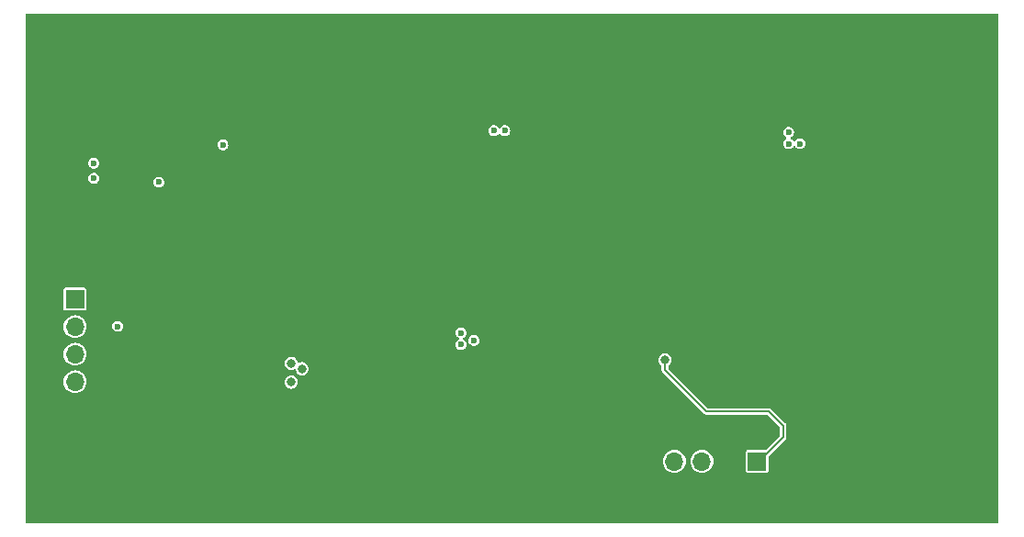
<source format=gbl>
%TF.GenerationSoftware,KiCad,Pcbnew,7.0.10*%
%TF.CreationDate,2024-02-25T20:26:58-06:00*%
%TF.ProjectId,Radar2_ExtFilter,52616461-7232-45f4-9578-7446696c7465,rev?*%
%TF.SameCoordinates,Original*%
%TF.FileFunction,Copper,L4,Bot*%
%TF.FilePolarity,Positive*%
%FSLAX46Y46*%
G04 Gerber Fmt 4.6, Leading zero omitted, Abs format (unit mm)*
G04 Created by KiCad (PCBNEW 7.0.10) date 2024-02-25 20:26:58*
%MOMM*%
%LPD*%
G01*
G04 APERTURE LIST*
%TA.AperFunction,SMDPad,CuDef*%
%ADD10R,5.080000X2.420000*%
%TD*%
%TA.AperFunction,SMDPad,CuDef*%
%ADD11R,0.950000X0.460000*%
%TD*%
%TA.AperFunction,ComponentPad*%
%ADD12C,0.970000*%
%TD*%
%TA.AperFunction,ComponentPad*%
%ADD13C,5.000000*%
%TD*%
%TA.AperFunction,SMDPad,CuDef*%
%ADD14R,2.420000X5.080000*%
%TD*%
%TA.AperFunction,SMDPad,CuDef*%
%ADD15R,0.460000X0.950000*%
%TD*%
%TA.AperFunction,ComponentPad*%
%ADD16C,0.610000*%
%TD*%
%TA.AperFunction,ComponentPad*%
%ADD17R,1.700000X1.700000*%
%TD*%
%TA.AperFunction,ComponentPad*%
%ADD18O,1.700000X1.700000*%
%TD*%
%TA.AperFunction,ViaPad*%
%ADD19C,0.600000*%
%TD*%
%TA.AperFunction,ViaPad*%
%ADD20C,0.800000*%
%TD*%
%TA.AperFunction,Conductor*%
%ADD21C,0.197000*%
%TD*%
G04 APERTURE END LIST*
D10*
%TO.P,J2,2,Ext*%
%TO.N,GND*%
X184930000Y-82130000D03*
X184930000Y-73370000D03*
D11*
X181940000Y-82130000D03*
X181940000Y-73370000D03*
D12*
X181490000Y-82130000D03*
X181490000Y-73370000D03*
%TD*%
D13*
%TO.P,H4,1,1*%
%TO.N,GND*%
X175000000Y-84000000D03*
%TD*%
D14*
%TO.P,J1,2,Ext*%
%TO.N,GND*%
X126880000Y-44700000D03*
X118120000Y-44700000D03*
D15*
X126880000Y-47690000D03*
X118120000Y-47690000D03*
D12*
X126880000Y-48140000D03*
X118120000Y-48140000D03*
%TD*%
D13*
%TO.P,H3,1,1*%
%TO.N,GND*%
X105000000Y-84000000D03*
%TD*%
D16*
%TO.P,FL1,2,GND*%
%TO.N,GND*%
X110750000Y-61735000D03*
%TO.P,FL1,4,GND*%
X110750000Y-59525000D03*
%TD*%
D10*
%TO.P,J5,2,Ext*%
%TO.N,GND*%
X184930000Y-63710000D03*
X184930000Y-54950000D03*
D11*
X181940000Y-63710000D03*
X181940000Y-54950000D03*
D12*
X181490000Y-63710000D03*
X181490000Y-54950000D03*
%TD*%
D13*
%TO.P,H2,1,1*%
%TO.N,GND*%
X180700000Y-47000000D03*
%TD*%
D17*
%TO.P,J4,1,Pin_1*%
%TO.N,/RadarRx/IF_OUT*%
X165443464Y-83300000D03*
D18*
%TO.P,J4,2,Pin_2*%
%TO.N,GND*%
X162903464Y-83300000D03*
%TO.P,J4,3,Pin_3*%
%TO.N,+3V3*%
X160363464Y-83300000D03*
%TO.P,J4,4,Pin_4*%
%TO.N,Net-(J4-Pin_4)*%
X157823464Y-83300000D03*
%TO.P,J4,5,Pin_5*%
%TO.N,GND*%
X155283464Y-83300000D03*
%TD*%
D17*
%TO.P,J3,1,Pin_1*%
%TO.N,/RadarTx/VCO_Tune*%
X102570000Y-68340000D03*
D18*
%TO.P,J3,2,Pin_2*%
%TO.N,+3V0*%
X102570000Y-70880000D03*
%TO.P,J3,3,Pin_3*%
%TO.N,+3V3*%
X102570000Y-73420000D03*
%TO.P,J3,4,Pin_4*%
%TO.N,+10V*%
X102570000Y-75960000D03*
%TO.P,J3,5,Pin_5*%
%TO.N,GND*%
X102570000Y-78500000D03*
%TD*%
D13*
%TO.P,H1,1,1*%
%TO.N,GND*%
X105000000Y-47000000D03*
%TD*%
D19*
%TO.N,+3V0*%
X106500000Y-70850000D03*
X104300000Y-57200000D03*
X168350000Y-52950000D03*
X168350000Y-54000000D03*
X169400000Y-54000000D03*
X104300000Y-55800000D03*
%TO.N,GND*%
X138900000Y-58900000D03*
X122250000Y-82000000D03*
X171200000Y-61800000D03*
X186563464Y-73350000D03*
X137763464Y-83950000D03*
X133763464Y-80350000D03*
X134000000Y-64000000D03*
X172000000Y-46000000D03*
X159100000Y-58700000D03*
X115000000Y-82000000D03*
X178763464Y-83950000D03*
X146000000Y-46000000D03*
X113600000Y-62800000D03*
X176000000Y-65000000D03*
X182000000Y-52000000D03*
X120700000Y-53000000D03*
X100000000Y-54000000D03*
X178400000Y-61800000D03*
X161000000Y-62900000D03*
X162000000Y-46000000D03*
X186000000Y-52000000D03*
X174000000Y-65000000D03*
X133763464Y-83950000D03*
X175050000Y-75350000D03*
X158000000Y-46000000D03*
X154000000Y-64000000D03*
X110000000Y-52000000D03*
X132500000Y-58900000D03*
X170963464Y-75350000D03*
X150000000Y-70000000D03*
X132920000Y-75550000D03*
X110000000Y-46000000D03*
X144600000Y-61400000D03*
X150000000Y-74000000D03*
X150000000Y-48000000D03*
X128163464Y-80350000D03*
X120700000Y-58600000D03*
X128963464Y-80350000D03*
X184963464Y-82150000D03*
X151763464Y-85950000D03*
X150000000Y-68000000D03*
X124300000Y-58600000D03*
X180000000Y-61800000D03*
X149763464Y-80350000D03*
X146200000Y-79600000D03*
X176000000Y-50000000D03*
X137763464Y-85950000D03*
X117000000Y-84000000D03*
X128500000Y-58900000D03*
X123400000Y-65300000D03*
X108900000Y-62400000D03*
X123200000Y-62800000D03*
X124300000Y-49800000D03*
X144000000Y-84000000D03*
X160000000Y-44000000D03*
X142000000Y-46000000D03*
X177600000Y-56900000D03*
X152000000Y-46000000D03*
X184000000Y-48000000D03*
X161800000Y-62900000D03*
X183000000Y-71000000D03*
X144000000Y-46000000D03*
X158630000Y-80350000D03*
X153000000Y-57000000D03*
X152700000Y-58700000D03*
X161000000Y-72000000D03*
X174000000Y-69000000D03*
X163763464Y-75350000D03*
X146000000Y-64000000D03*
X115900000Y-58900000D03*
X123763464Y-83950000D03*
X176000000Y-44000000D03*
X180000000Y-56900000D03*
X172800000Y-61800000D03*
X135700000Y-58900000D03*
X125000000Y-61600000D03*
X129763464Y-83950000D03*
X133970090Y-53985045D03*
X146000000Y-74000000D03*
X125800000Y-61600000D03*
X176000000Y-48000000D03*
X143900000Y-62500000D03*
X174400000Y-61800000D03*
X130900000Y-62400000D03*
X174000000Y-48000000D03*
X144000000Y-86000000D03*
X150000000Y-66000000D03*
X144000000Y-64000000D03*
X183000000Y-69000000D03*
X146000000Y-44000000D03*
X177000000Y-67000000D03*
X164000000Y-65000000D03*
X169363464Y-75350000D03*
X117000000Y-82000000D03*
X102000000Y-44000000D03*
X100000000Y-44000000D03*
X155000000Y-53000000D03*
X135000000Y-57500000D03*
X118000000Y-42800000D03*
X176563464Y-75350000D03*
X151000000Y-75350000D03*
X163430000Y-80350000D03*
X178163464Y-80350000D03*
X153800000Y-80350000D03*
X105000000Y-80000000D03*
X170963464Y-80350000D03*
X141750000Y-80350000D03*
X148000000Y-46000000D03*
X109000000Y-78000000D03*
X173000000Y-74000000D03*
X134000000Y-68000000D03*
X121000000Y-82000000D03*
X125525000Y-72000000D03*
X115000000Y-68000000D03*
X128000000Y-54000000D03*
X168650000Y-80350000D03*
X117000000Y-50000000D03*
X107000000Y-80000000D03*
X120700000Y-51400000D03*
X172000000Y-65000000D03*
X165800000Y-62900000D03*
X154000000Y-48000000D03*
X156000000Y-48000000D03*
X168000000Y-61800000D03*
X136000000Y-46000000D03*
X175000000Y-74000000D03*
X166630000Y-80350000D03*
X132963464Y-80350000D03*
X126000000Y-57500000D03*
X132163464Y-80350000D03*
X167400000Y-62900000D03*
X184000000Y-52000000D03*
X173000000Y-67000000D03*
X131763464Y-83950000D03*
X134000000Y-46000000D03*
X173450000Y-75350000D03*
X159900000Y-58700000D03*
X158930000Y-75350000D03*
X159750000Y-75350000D03*
X138000000Y-70000000D03*
X178963464Y-80350000D03*
X161000000Y-74000000D03*
X174400000Y-56900000D03*
X138100000Y-58900000D03*
X131763464Y-81950000D03*
X140000000Y-68000000D03*
X158000000Y-72000000D03*
X134500000Y-62400000D03*
X132000000Y-52000000D03*
X150000000Y-44000000D03*
X119200000Y-62800000D03*
X102000000Y-52000000D03*
X178763464Y-81950000D03*
X177000000Y-72000000D03*
X135363464Y-80350000D03*
X137300000Y-58900000D03*
X131346536Y-75550000D03*
X142000000Y-68000000D03*
X173600000Y-61800000D03*
X170000000Y-44000000D03*
X134100000Y-58900000D03*
X172000000Y-61800000D03*
X156000000Y-68000000D03*
X150200000Y-75350000D03*
X171763464Y-75350000D03*
X186800000Y-63800000D03*
X141763464Y-81950000D03*
X152000000Y-64000000D03*
X179000000Y-74000000D03*
X174000000Y-46000000D03*
X139000000Y-62400000D03*
X167763464Y-75350000D03*
X132000000Y-46000000D03*
X110000000Y-50000000D03*
X148000000Y-64000000D03*
X144000000Y-66000000D03*
X139763464Y-81950000D03*
X134000000Y-50000000D03*
X172800000Y-56900000D03*
X139600000Y-52125000D03*
X129000000Y-57500000D03*
X155000000Y-57000000D03*
X179000000Y-68000000D03*
X110700000Y-62800000D03*
X118400000Y-62800000D03*
X144000000Y-44000000D03*
X174163464Y-80350000D03*
X138000000Y-46000000D03*
X104000000Y-52000000D03*
X170400000Y-61800000D03*
X121000000Y-68000000D03*
X156700000Y-58700000D03*
X165363464Y-75350000D03*
X100000000Y-50000000D03*
X119900000Y-58900000D03*
X181000000Y-71000000D03*
X152000000Y-66000000D03*
X159000000Y-55000000D03*
X166963464Y-75350000D03*
X172650000Y-75350000D03*
X148000000Y-72000000D03*
X145763464Y-80350000D03*
X142500000Y-60880000D03*
X149500000Y-62500000D03*
X117000000Y-86000000D03*
X184000000Y-46000000D03*
X168000000Y-44000000D03*
X114000000Y-48000000D03*
X147800000Y-75350000D03*
X119000000Y-82000000D03*
X167000000Y-72000000D03*
X151900000Y-58700000D03*
X171763464Y-80350000D03*
X157000000Y-57000000D03*
X179763464Y-80350000D03*
X185000000Y-69000000D03*
X130000000Y-50000000D03*
X175000000Y-63000000D03*
X124300000Y-52200000D03*
X130000000Y-72000000D03*
X165830000Y-80350000D03*
X124300000Y-54600000D03*
X132000000Y-44000000D03*
X171000000Y-74000000D03*
X132120000Y-75550000D03*
X147763464Y-81950000D03*
X111000000Y-80000000D03*
X156000000Y-46000000D03*
X174000000Y-71000000D03*
X149763464Y-86000000D03*
X148000000Y-48000000D03*
X127000000Y-46000000D03*
X179000000Y-63000000D03*
X185000000Y-67000000D03*
X146000000Y-72000000D03*
X146000000Y-84000000D03*
X170763464Y-81950000D03*
X124300000Y-53000000D03*
X118300000Y-58900000D03*
X124300000Y-51400000D03*
X176800000Y-61800000D03*
X133300000Y-58900000D03*
X120700000Y-54600000D03*
X137763464Y-80350000D03*
X112000000Y-48000000D03*
X157500000Y-58700000D03*
X130000000Y-71000000D03*
X175200000Y-56900000D03*
X130500000Y-57500000D03*
X178963464Y-75350000D03*
X186000000Y-44000000D03*
X110000000Y-48000000D03*
X125525000Y-69000000D03*
X149763464Y-84000000D03*
X178000000Y-65000000D03*
X165800000Y-59900000D03*
X181000000Y-67000000D03*
X159400000Y-62900000D03*
X169450000Y-80350000D03*
X136000000Y-48000000D03*
X125525000Y-71000000D03*
X171000000Y-72000000D03*
X162600000Y-62900000D03*
X158000000Y-66000000D03*
X150300000Y-58700000D03*
X176563464Y-80350000D03*
X112700000Y-58900000D03*
X139800000Y-62400000D03*
X110500000Y-64000000D03*
X166600000Y-62900000D03*
X160000000Y-46000000D03*
X119000000Y-84000000D03*
X133706536Y-75550000D03*
X152200000Y-80350000D03*
X183600000Y-54800000D03*
X169000000Y-74000000D03*
X130000000Y-74000000D03*
X158300000Y-58700000D03*
X142563464Y-80350000D03*
X178763464Y-85950000D03*
X113000000Y-82000000D03*
X176800000Y-56900000D03*
X140000000Y-44000000D03*
X186000000Y-46000000D03*
X183363464Y-82150000D03*
X178000000Y-52000000D03*
X172000000Y-48000000D03*
X153500000Y-58700000D03*
X155100000Y-58700000D03*
X111000000Y-68000000D03*
X159000000Y-74000000D03*
X138563464Y-80350000D03*
X184000000Y-50000000D03*
X118000000Y-64000000D03*
X135300000Y-62400000D03*
X118000000Y-44400000D03*
X164000000Y-48000000D03*
X161350000Y-75350000D03*
X127763464Y-81950000D03*
X108400000Y-57900000D03*
X112000000Y-44000000D03*
X100000000Y-48000000D03*
X130000000Y-48000000D03*
X179763464Y-75350000D03*
X134510000Y-75550000D03*
X108025003Y-51981254D03*
X127000000Y-44400000D03*
X151100000Y-58700000D03*
X146000000Y-48000000D03*
X144563464Y-75350000D03*
X134000000Y-48000000D03*
X131650000Y-79600000D03*
X162000000Y-65000000D03*
X156000000Y-64000000D03*
X113000000Y-80000000D03*
X149000000Y-55000000D03*
X126100000Y-58900000D03*
X152000000Y-68000000D03*
X115100000Y-58900000D03*
X135763464Y-85950000D03*
X130000000Y-73000000D03*
X151000000Y-55000000D03*
X169600000Y-61800000D03*
X174500000Y-54400000D03*
X114000000Y-46000000D03*
X160200000Y-62900000D03*
X147000000Y-75350000D03*
X128000000Y-50000000D03*
X126000000Y-54000000D03*
X132000000Y-64000000D03*
X115200000Y-62800000D03*
X183600000Y-63800000D03*
X185200000Y-54800000D03*
X162000000Y-48000000D03*
X157000000Y-55000000D03*
X108000000Y-64000000D03*
X117000000Y-68000000D03*
X100000000Y-46000000D03*
X149600000Y-59700000D03*
X160230000Y-80350000D03*
X174000000Y-50000000D03*
X117600000Y-62800000D03*
X118000000Y-46000000D03*
X124200000Y-61600000D03*
X115000000Y-84000000D03*
X160000000Y-70000000D03*
X170163464Y-75350000D03*
X181000000Y-69000000D03*
X176000000Y-56900000D03*
X154000000Y-66000000D03*
X126000000Y-50000000D03*
X164000000Y-44000000D03*
X125300000Y-58900000D03*
X147900000Y-62500000D03*
X138000000Y-64000000D03*
X154000000Y-74000000D03*
X178163464Y-75350000D03*
X109000000Y-80000000D03*
X130300000Y-61900000D03*
X159000000Y-57000000D03*
X148163464Y-80350000D03*
X148000000Y-84000000D03*
X160000000Y-66000000D03*
X165000000Y-62900000D03*
X144163464Y-80350000D03*
X173363464Y-80350000D03*
X107300000Y-58900000D03*
X169000000Y-72000000D03*
X132000000Y-70000000D03*
X136000000Y-70000000D03*
X153000000Y-53000000D03*
X106000000Y-52000000D03*
X122400000Y-62800000D03*
X178400000Y-56900000D03*
X153400000Y-75350000D03*
X133700000Y-62400000D03*
X151800000Y-75350000D03*
X158000000Y-44000000D03*
X132000000Y-54000000D03*
X115000000Y-86000000D03*
X130000000Y-44000000D03*
X148700000Y-62500000D03*
X126000000Y-80000000D03*
X146200000Y-75350000D03*
X158000000Y-70000000D03*
X131763464Y-85950000D03*
X109700000Y-62400000D03*
X146000000Y-66000000D03*
X170763464Y-83950000D03*
X143363464Y-80350000D03*
X170763464Y-85950000D03*
X173600000Y-56900000D03*
X140000000Y-48000000D03*
X164200000Y-62900000D03*
X140600000Y-61400000D03*
X127500000Y-57500000D03*
X137800000Y-52125000D03*
X120550000Y-64000000D03*
X155050000Y-75350000D03*
X175200000Y-61800000D03*
X174000000Y-44000000D03*
X172000000Y-50000000D03*
X116000000Y-62800000D03*
X111000000Y-84000000D03*
X156000000Y-70000000D03*
X160000000Y-68000000D03*
X107000000Y-78000000D03*
X125763464Y-81950000D03*
X120700000Y-49000000D03*
X144000000Y-48000000D03*
X102000000Y-50000000D03*
X125525000Y-68000000D03*
X138960000Y-76120000D03*
X149763464Y-81950000D03*
X129300000Y-58900000D03*
X113000000Y-84000000D03*
X149400000Y-75350000D03*
X170000000Y-48000000D03*
X155000000Y-55000000D03*
X136000000Y-68000000D03*
X124300000Y-49000000D03*
X139363464Y-80350000D03*
X136150000Y-80350000D03*
X131350000Y-80350000D03*
X134000000Y-44000000D03*
X159430000Y-80350000D03*
X152000000Y-72000000D03*
X126900000Y-58900000D03*
X109700000Y-58900000D03*
X151400000Y-80350000D03*
X154600000Y-80350000D03*
X110000000Y-44000000D03*
X108100000Y-62400000D03*
X137763464Y-81950000D03*
X136500000Y-58900000D03*
X124000000Y-80000000D03*
X108100000Y-58900000D03*
X134000000Y-70000000D03*
X174963464Y-80350000D03*
X133500000Y-57500000D03*
X186000000Y-48000000D03*
X108000000Y-50000000D03*
X175800000Y-75350000D03*
X126000000Y-52000000D03*
X132600000Y-62425000D03*
X130000000Y-54000000D03*
X147000000Y-55000000D03*
X152000000Y-44000000D03*
X142000000Y-44000000D03*
X156700000Y-59600000D03*
X153000000Y-80350000D03*
X164000000Y-46000000D03*
X130100000Y-58900000D03*
X128000000Y-52000000D03*
X128800000Y-61600000D03*
X121000000Y-84000000D03*
X162000000Y-44000000D03*
X108000000Y-44000000D03*
X166000000Y-44000000D03*
X124300000Y-57075000D03*
X154000000Y-70000000D03*
X136500000Y-57500000D03*
X168763464Y-83950000D03*
X164563464Y-75350000D03*
X152000000Y-48000000D03*
X155850000Y-75350000D03*
X139763464Y-83950000D03*
X138000000Y-48000000D03*
X183000000Y-67000000D03*
X148963464Y-80350000D03*
X130000000Y-46000000D03*
X126000000Y-78000000D03*
X168000000Y-46000000D03*
X146000000Y-70000000D03*
X140000000Y-70000000D03*
X150000000Y-72000000D03*
X125763464Y-85950000D03*
X146300000Y-62500000D03*
X132000000Y-57500000D03*
X119000000Y-68000000D03*
X146000000Y-68000000D03*
X112000000Y-46000000D03*
X176000000Y-46000000D03*
X103450000Y-59900000D03*
X162630000Y-80350000D03*
X143763464Y-81950000D03*
X165000000Y-72000000D03*
X138050000Y-79480000D03*
X160550000Y-75350000D03*
X165000000Y-74000000D03*
X176000000Y-52000000D03*
X130563464Y-80350000D03*
X115500000Y-64000000D03*
X151763464Y-84000000D03*
X135450000Y-79550000D03*
X132000000Y-48000000D03*
X174500000Y-53100000D03*
X160000000Y-48000000D03*
X161030000Y-80350000D03*
X148000000Y-70000000D03*
X170200000Y-60500000D03*
X172000000Y-44000000D03*
X140163464Y-80350000D03*
X133763464Y-85950000D03*
X102000000Y-54000000D03*
X157000000Y-53000000D03*
X152000000Y-74000000D03*
X177363464Y-80350000D03*
X174250000Y-75350000D03*
X151000000Y-57000000D03*
X111000000Y-86000000D03*
X148000000Y-66000000D03*
X120700000Y-49800000D03*
X130000000Y-70000000D03*
X163000000Y-74000000D03*
X154000000Y-46000000D03*
X148000000Y-74000000D03*
X154000000Y-72000000D03*
X119100000Y-58900000D03*
X157030000Y-80350000D03*
X158000000Y-48000000D03*
X129763464Y-81950000D03*
X131700000Y-62400000D03*
X130000000Y-68000000D03*
X177000000Y-63000000D03*
X135310000Y-75550000D03*
X154000000Y-44000000D03*
X129763464Y-80350000D03*
X180000000Y-52000000D03*
X173000000Y-63000000D03*
X123000000Y-68000000D03*
X176000000Y-61800000D03*
X170000000Y-65000000D03*
X137960000Y-76130000D03*
X152600000Y-75350000D03*
X113000000Y-68000000D03*
X145763464Y-81950000D03*
X140400000Y-79550000D03*
X148000000Y-86000000D03*
X111800000Y-58900000D03*
X161830000Y-80350000D03*
X186563464Y-82150000D03*
X131700000Y-58900000D03*
X155430000Y-80350000D03*
X113000000Y-86000000D03*
X158000000Y-64000000D03*
X156230000Y-80350000D03*
X120700000Y-50600000D03*
X111000000Y-82000000D03*
X175763464Y-80350000D03*
X156000000Y-72000000D03*
X164230000Y-80350000D03*
X168000000Y-48000000D03*
X137400000Y-62400000D03*
X119000000Y-86000000D03*
X125525000Y-70000000D03*
X180800000Y-61800000D03*
X121000000Y-86000000D03*
X148700000Y-58700000D03*
X146600000Y-58700000D03*
X120700000Y-52200000D03*
X138000000Y-44000000D03*
X125763464Y-83950000D03*
X117500000Y-58900000D03*
X140963464Y-80350000D03*
X168000000Y-65000000D03*
X150000000Y-46000000D03*
X135763464Y-81950000D03*
X123763464Y-81950000D03*
X186000000Y-50000000D03*
X127700000Y-58900000D03*
X185200000Y-63800000D03*
X136180000Y-76630000D03*
X179000000Y-70000000D03*
X147900000Y-58700000D03*
X103450000Y-61900000D03*
X140000000Y-46000000D03*
X134563464Y-80350000D03*
X166000000Y-65000000D03*
X120800000Y-62800000D03*
X127250000Y-79250000D03*
X120700000Y-53800000D03*
X120700000Y-57800000D03*
X156000000Y-66000000D03*
X124300000Y-53800000D03*
X141763464Y-85950000D03*
X104450000Y-60900000D03*
X170200000Y-80350000D03*
X130560000Y-75550000D03*
X116800000Y-62800000D03*
X139763464Y-85950000D03*
X122500000Y-84000000D03*
X132000000Y-50000000D03*
X114400000Y-62800000D03*
X138000000Y-57500000D03*
X177000000Y-74000000D03*
X129763464Y-85950000D03*
X177600000Y-61800000D03*
X150000000Y-64000000D03*
X119000000Y-50000000D03*
X180800000Y-56900000D03*
X155900000Y-58700000D03*
X184963464Y-73350000D03*
X175000000Y-67000000D03*
X157830000Y-80350000D03*
X160000000Y-64000000D03*
X110700000Y-58500000D03*
X108900000Y-58900000D03*
X130000000Y-69000000D03*
X147100000Y-62500000D03*
X183363464Y-73350000D03*
X120000000Y-62800000D03*
X147363464Y-80350000D03*
X136963464Y-80350000D03*
X136000000Y-44000000D03*
X123763464Y-85950000D03*
X166163464Y-75350000D03*
X125525000Y-73000000D03*
X127763464Y-83950000D03*
X100000000Y-52000000D03*
X170000000Y-46000000D03*
X162163464Y-75350000D03*
X141763464Y-83950000D03*
X179200000Y-56900000D03*
X177363464Y-75350000D03*
X166000000Y-48000000D03*
X168763464Y-85950000D03*
X151000000Y-53000000D03*
X134000000Y-52000000D03*
X124300000Y-48200000D03*
X130000000Y-52000000D03*
X172563464Y-80350000D03*
X151763464Y-81950000D03*
X154250000Y-75350000D03*
X184000000Y-44000000D03*
X119000000Y-54000000D03*
X130900000Y-58900000D03*
X138000000Y-68000000D03*
X165030000Y-80350000D03*
X158000000Y-68000000D03*
X154000000Y-68000000D03*
X171000000Y-63000000D03*
X172000000Y-71000000D03*
X181600000Y-56900000D03*
X146000000Y-86000000D03*
X149500000Y-61600000D03*
X158600000Y-62900000D03*
X150563464Y-80350000D03*
X169000000Y-63000000D03*
X154300000Y-58700000D03*
X149000000Y-53000000D03*
X171000000Y-68000000D03*
X111800000Y-62400000D03*
X116700000Y-58900000D03*
X148000000Y-44000000D03*
X114300000Y-58900000D03*
X124300000Y-50600000D03*
X179000000Y-72000000D03*
X136550000Y-62425000D03*
X156000000Y-44000000D03*
X136000000Y-64000000D03*
X167000000Y-74000000D03*
X179200000Y-61800000D03*
X144963464Y-80350000D03*
X181600000Y-61800000D03*
X121600000Y-62800000D03*
X113500000Y-58900000D03*
X127000000Y-42800000D03*
X166000000Y-46000000D03*
X168563464Y-75350000D03*
X165990000Y-58080000D03*
X152000000Y-70000000D03*
X120700000Y-57100000D03*
X125525000Y-74000000D03*
X162963464Y-75350000D03*
X105000000Y-78000000D03*
X148600000Y-75350000D03*
X122250000Y-86000000D03*
X147000000Y-53000000D03*
X173000000Y-72000000D03*
X120700000Y-48200000D03*
X148000000Y-68000000D03*
X159000000Y-53000000D03*
X144700000Y-62500000D03*
X124300000Y-57800000D03*
X114000000Y-44000000D03*
X138200000Y-62400000D03*
X178000000Y-44000000D03*
X156700000Y-61600000D03*
X175000000Y-72000000D03*
X134900000Y-58900000D03*
X132000000Y-68000000D03*
X127763464Y-85950000D03*
X149500000Y-58700000D03*
X168800000Y-61800000D03*
X144000000Y-68000000D03*
X133763464Y-81950000D03*
X137800000Y-55375000D03*
X145363464Y-75350000D03*
X163400000Y-62900000D03*
X145500000Y-62500000D03*
X186800000Y-54800000D03*
X142000000Y-48000000D03*
X135763464Y-83950000D03*
X112800000Y-62800000D03*
X146563464Y-80350000D03*
X153000000Y-55000000D03*
%TO.N,+5V*%
X139358464Y-72150000D03*
X138158464Y-71450000D03*
D20*
X123500000Y-74750000D03*
X122507002Y-76000000D03*
X122507002Y-74250000D03*
D19*
X138150000Y-72530000D03*
%TO.N,/RadarTx/VCO_Tune*%
X110300000Y-57550000D03*
%TO.N,+3V3*%
X141200000Y-52800000D03*
X142200000Y-52800000D03*
D20*
%TO.N,/RadarRx/IF_OUT*%
X156950000Y-73950000D03*
D19*
%TO.N,+10V*%
X116200000Y-54100000D03*
%TD*%
D21*
%TO.N,/RadarRx/IF_OUT*%
X166550000Y-78700000D02*
X167850000Y-80000000D01*
X160775000Y-78700000D02*
X166550000Y-78700000D01*
X165625000Y-83300000D02*
X165443464Y-83300000D01*
X156950000Y-73950000D02*
X156950000Y-74875000D01*
X167850000Y-80000000D02*
X167850000Y-81075000D01*
X167850000Y-81075000D02*
X165625000Y-83300000D01*
X156950000Y-74875000D02*
X160775000Y-78700000D01*
%TD*%
%TA.AperFunction,Conductor*%
%TO.N,GND*%
G36*
X187667708Y-42021322D02*
G01*
X187698148Y-42074045D01*
X187699500Y-42089500D01*
X187699500Y-88910500D01*
X187678678Y-88967708D01*
X187625955Y-88998148D01*
X187610500Y-88999500D01*
X98089500Y-88999500D01*
X98032292Y-88978678D01*
X98001852Y-88925955D01*
X98000500Y-88910500D01*
X98000500Y-83300003D01*
X156767881Y-83300003D01*
X156788162Y-83505926D01*
X156788164Y-83505934D01*
X156848230Y-83703950D01*
X156848231Y-83703953D01*
X156848232Y-83703954D01*
X156945779Y-83886450D01*
X157077054Y-84046410D01*
X157237014Y-84177685D01*
X157419510Y-84275232D01*
X157617530Y-84335300D01*
X157617534Y-84335300D01*
X157617537Y-84335301D01*
X157823460Y-84355583D01*
X157823464Y-84355583D01*
X157823468Y-84355583D01*
X158029390Y-84335301D01*
X158029391Y-84335300D01*
X158029398Y-84335300D01*
X158227418Y-84275232D01*
X158409914Y-84177685D01*
X158569874Y-84046410D01*
X158701149Y-83886450D01*
X158798696Y-83703954D01*
X158858764Y-83505934D01*
X158879047Y-83300003D01*
X159307881Y-83300003D01*
X159328162Y-83505926D01*
X159328164Y-83505934D01*
X159388230Y-83703950D01*
X159388231Y-83703953D01*
X159388232Y-83703954D01*
X159485779Y-83886450D01*
X159617054Y-84046410D01*
X159777014Y-84177685D01*
X159959510Y-84275232D01*
X160157530Y-84335300D01*
X160157534Y-84335300D01*
X160157537Y-84335301D01*
X160363460Y-84355583D01*
X160363464Y-84355583D01*
X160363468Y-84355583D01*
X160569390Y-84335301D01*
X160569391Y-84335300D01*
X160569398Y-84335300D01*
X160767418Y-84275232D01*
X160949914Y-84177685D01*
X161109874Y-84046410D01*
X161241149Y-83886450D01*
X161338696Y-83703954D01*
X161398764Y-83505934D01*
X161419047Y-83300000D01*
X161398764Y-83094066D01*
X161338696Y-82896046D01*
X161241149Y-82713550D01*
X161109874Y-82553590D01*
X160949914Y-82422315D01*
X160767418Y-82324768D01*
X160767417Y-82324767D01*
X160767414Y-82324766D01*
X160569398Y-82264700D01*
X160569390Y-82264698D01*
X160363468Y-82244417D01*
X160363460Y-82244417D01*
X160157537Y-82264698D01*
X160157529Y-82264700D01*
X159959513Y-82324766D01*
X159777012Y-82422316D01*
X159617058Y-82553586D01*
X159617050Y-82553594D01*
X159485780Y-82713548D01*
X159388230Y-82896049D01*
X159328164Y-83094065D01*
X159328162Y-83094073D01*
X159307881Y-83299996D01*
X159307881Y-83300003D01*
X158879047Y-83300003D01*
X158879047Y-83300000D01*
X158858764Y-83094066D01*
X158798696Y-82896046D01*
X158701149Y-82713550D01*
X158569874Y-82553590D01*
X158409914Y-82422315D01*
X158227418Y-82324768D01*
X158227417Y-82324767D01*
X158227414Y-82324766D01*
X158029398Y-82264700D01*
X158029390Y-82264698D01*
X157823468Y-82244417D01*
X157823460Y-82244417D01*
X157617537Y-82264698D01*
X157617529Y-82264700D01*
X157419513Y-82324766D01*
X157237012Y-82422316D01*
X157077058Y-82553586D01*
X157077050Y-82553594D01*
X156945780Y-82713548D01*
X156848230Y-82896049D01*
X156788164Y-83094065D01*
X156788162Y-83094073D01*
X156767881Y-83299996D01*
X156767881Y-83300003D01*
X98000500Y-83300003D01*
X98000500Y-75960003D01*
X101514417Y-75960003D01*
X101534698Y-76165926D01*
X101534700Y-76165934D01*
X101594766Y-76363950D01*
X101594767Y-76363953D01*
X101594768Y-76363954D01*
X101692315Y-76546450D01*
X101823590Y-76706410D01*
X101983550Y-76837685D01*
X102166046Y-76935232D01*
X102364066Y-76995300D01*
X102364070Y-76995300D01*
X102364073Y-76995301D01*
X102569996Y-77015583D01*
X102570000Y-77015583D01*
X102570004Y-77015583D01*
X102775926Y-76995301D01*
X102775927Y-76995300D01*
X102775934Y-76995300D01*
X102973954Y-76935232D01*
X103156450Y-76837685D01*
X103316410Y-76706410D01*
X103447685Y-76546450D01*
X103545232Y-76363954D01*
X103605300Y-76165934D01*
X103606203Y-76156767D01*
X103621644Y-76000000D01*
X121901320Y-76000000D01*
X121921959Y-76156767D01*
X121982465Y-76302841D01*
X121982467Y-76302843D01*
X122078715Y-76428276D01*
X122078720Y-76428282D01*
X122078724Y-76428285D01*
X122078725Y-76428286D01*
X122204158Y-76524534D01*
X122204160Y-76524536D01*
X122350235Y-76585042D01*
X122350240Y-76585044D01*
X122507002Y-76605682D01*
X122663764Y-76585044D01*
X122809843Y-76524536D01*
X122935284Y-76428282D01*
X123031538Y-76302841D01*
X123092046Y-76156762D01*
X123112684Y-76000000D01*
X123092046Y-75843238D01*
X123055109Y-75754065D01*
X123031538Y-75697158D01*
X123031536Y-75697156D01*
X122935288Y-75571723D01*
X122935287Y-75571722D01*
X122935284Y-75571718D01*
X122935279Y-75571714D01*
X122935278Y-75571713D01*
X122809845Y-75475465D01*
X122809843Y-75475463D01*
X122663768Y-75414957D01*
X122663769Y-75414957D01*
X122663765Y-75414956D01*
X122663764Y-75414956D01*
X122507002Y-75394318D01*
X122350240Y-75414956D01*
X122350239Y-75414956D01*
X122350234Y-75414957D01*
X122204160Y-75475463D01*
X122204158Y-75475465D01*
X122078725Y-75571713D01*
X122078715Y-75571723D01*
X121982467Y-75697156D01*
X121982465Y-75697158D01*
X121921959Y-75843232D01*
X121901320Y-76000000D01*
X103621644Y-76000000D01*
X103625583Y-75960003D01*
X103625583Y-75959996D01*
X103605301Y-75754073D01*
X103605300Y-75754070D01*
X103605300Y-75754066D01*
X103549986Y-75571718D01*
X103545233Y-75556049D01*
X103545232Y-75556048D01*
X103545232Y-75556046D01*
X103447685Y-75373550D01*
X103316410Y-75213590D01*
X103156450Y-75082315D01*
X102973954Y-74984768D01*
X102973953Y-74984767D01*
X102973950Y-74984766D01*
X102775934Y-74924700D01*
X102775926Y-74924698D01*
X102570004Y-74904417D01*
X102569996Y-74904417D01*
X102364073Y-74924698D01*
X102364065Y-74924700D01*
X102166049Y-74984766D01*
X101983548Y-75082316D01*
X101823594Y-75213586D01*
X101823586Y-75213594D01*
X101692316Y-75373548D01*
X101594766Y-75556049D01*
X101534700Y-75754065D01*
X101534698Y-75754073D01*
X101514417Y-75959996D01*
X101514417Y-75960003D01*
X98000500Y-75960003D01*
X98000500Y-73420003D01*
X101514417Y-73420003D01*
X101534698Y-73625926D01*
X101534700Y-73625934D01*
X101594766Y-73823950D01*
X101594767Y-73823953D01*
X101594768Y-73823954D01*
X101692315Y-74006450D01*
X101823590Y-74166410D01*
X101983550Y-74297685D01*
X102166046Y-74395232D01*
X102364066Y-74455300D01*
X102364070Y-74455300D01*
X102364073Y-74455301D01*
X102569996Y-74475583D01*
X102570000Y-74475583D01*
X102570004Y-74475583D01*
X102775926Y-74455301D01*
X102775927Y-74455300D01*
X102775934Y-74455300D01*
X102973954Y-74395232D01*
X103156450Y-74297685D01*
X103214555Y-74250000D01*
X121901320Y-74250000D01*
X121920440Y-74395233D01*
X121921959Y-74406767D01*
X121982465Y-74552841D01*
X121982467Y-74552843D01*
X122078715Y-74678276D01*
X122078720Y-74678282D01*
X122078724Y-74678285D01*
X122078725Y-74678286D01*
X122204158Y-74774534D01*
X122204160Y-74774536D01*
X122350235Y-74835042D01*
X122350240Y-74835044D01*
X122507002Y-74855682D01*
X122663764Y-74835044D01*
X122785855Y-74784471D01*
X122846675Y-74781816D01*
X122894974Y-74818877D01*
X122908151Y-74855079D01*
X122914955Y-74906760D01*
X122914957Y-74906766D01*
X122975463Y-75052841D01*
X122975465Y-75052843D01*
X123015844Y-75105466D01*
X123071718Y-75178282D01*
X123071722Y-75178285D01*
X123071723Y-75178286D01*
X123197156Y-75274534D01*
X123197158Y-75274536D01*
X123343233Y-75335042D01*
X123343238Y-75335044D01*
X123500000Y-75355682D01*
X123656762Y-75335044D01*
X123802841Y-75274536D01*
X123928282Y-75178282D01*
X124024536Y-75052841D01*
X124085044Y-74906762D01*
X124105682Y-74750000D01*
X124085044Y-74593238D01*
X124055276Y-74521373D01*
X124024536Y-74447158D01*
X124024534Y-74447156D01*
X123928286Y-74321723D01*
X123928285Y-74321722D01*
X123928282Y-74321718D01*
X123928277Y-74321714D01*
X123928276Y-74321713D01*
X123802843Y-74225465D01*
X123802841Y-74225463D01*
X123656766Y-74164957D01*
X123656767Y-74164957D01*
X123656763Y-74164956D01*
X123656762Y-74164956D01*
X123500000Y-74144318D01*
X123343238Y-74164956D01*
X123343237Y-74164956D01*
X123343232Y-74164957D01*
X123221147Y-74215527D01*
X123160325Y-74218183D01*
X123112026Y-74181122D01*
X123098850Y-74144921D01*
X123092046Y-74093238D01*
X123032715Y-73950000D01*
X156344318Y-73950000D01*
X156364957Y-74106767D01*
X156425463Y-74252841D01*
X156425465Y-74252843D01*
X156521713Y-74378276D01*
X156521718Y-74378282D01*
X156616181Y-74450766D01*
X156648890Y-74502110D01*
X156651000Y-74521373D01*
X156651000Y-74811709D01*
X156648886Y-74824670D01*
X156649877Y-74824809D01*
X156648737Y-74832974D01*
X156650905Y-74879853D01*
X156651000Y-74883963D01*
X156651000Y-74902701D01*
X156651001Y-74902714D01*
X156651142Y-74903468D01*
X156652562Y-74915707D01*
X156653900Y-74944644D01*
X156658296Y-74954601D01*
X156664363Y-74974192D01*
X156666361Y-74984879D01*
X156666362Y-74984883D01*
X156681607Y-75009505D01*
X156687353Y-75020406D01*
X156699052Y-75046901D01*
X156699054Y-75046904D01*
X156706748Y-75054599D01*
X156719482Y-75070676D01*
X156725208Y-75079923D01*
X156748318Y-75097375D01*
X156757616Y-75105466D01*
X160518820Y-78866669D01*
X160526491Y-78877329D01*
X160527289Y-78876727D01*
X160532260Y-78883309D01*
X160566940Y-78914925D01*
X160569912Y-78917762D01*
X160583165Y-78931015D01*
X160583795Y-78931446D01*
X160593459Y-78939100D01*
X160614866Y-78958615D01*
X160614867Y-78958615D01*
X160614870Y-78958618D01*
X160625015Y-78962548D01*
X160643157Y-78972110D01*
X160652136Y-78978261D01*
X160680322Y-78984890D01*
X160692095Y-78988535D01*
X160719107Y-78999000D01*
X160729988Y-78999000D01*
X160750364Y-79001364D01*
X160753921Y-79002200D01*
X160760952Y-79003854D01*
X160789636Y-78999852D01*
X160801930Y-78999000D01*
X166389284Y-78999000D01*
X166446492Y-79019822D01*
X166452217Y-79025067D01*
X167524933Y-80097783D01*
X167550661Y-80152959D01*
X167551000Y-80160716D01*
X167551000Y-80914284D01*
X167530178Y-80971492D01*
X167524933Y-80977217D01*
X166278717Y-82223433D01*
X166223541Y-82249161D01*
X166215784Y-82249500D01*
X164573711Y-82249500D01*
X164515232Y-82261132D01*
X164448915Y-82305445D01*
X164448909Y-82305451D01*
X164404596Y-82371768D01*
X164392964Y-82430247D01*
X164392964Y-84169752D01*
X164404596Y-84228231D01*
X164436003Y-84275233D01*
X164448912Y-84294552D01*
X164448915Y-84294554D01*
X164515232Y-84338867D01*
X164572154Y-84350189D01*
X164573716Y-84350500D01*
X164573720Y-84350500D01*
X166313208Y-84350500D01*
X166313212Y-84350500D01*
X166371695Y-84338867D01*
X166438016Y-84294552D01*
X166482331Y-84228231D01*
X166493964Y-84169748D01*
X166493964Y-82890750D01*
X166514786Y-82833542D01*
X166520020Y-82827829D01*
X168016671Y-81331177D01*
X168027335Y-81323512D01*
X168026728Y-81322708D01*
X168033301Y-81317743D01*
X168033309Y-81317740D01*
X168064925Y-81283057D01*
X168067743Y-81280105D01*
X168081015Y-81266835D01*
X168081447Y-81266203D01*
X168089102Y-81256536D01*
X168108618Y-81235130D01*
X168112550Y-81224978D01*
X168122115Y-81206835D01*
X168128261Y-81197864D01*
X168134891Y-81169669D01*
X168138535Y-81157905D01*
X168138648Y-81157612D01*
X168149000Y-81130893D01*
X168149000Y-81120011D01*
X168151364Y-81099634D01*
X168153854Y-81089048D01*
X168149853Y-81060364D01*
X168149000Y-81048069D01*
X168149000Y-80063290D01*
X168151115Y-80050329D01*
X168150123Y-80050191D01*
X168151262Y-80042025D01*
X168149095Y-79995146D01*
X168149000Y-79991036D01*
X168149000Y-79972294D01*
X168148860Y-79971546D01*
X168147436Y-79959283D01*
X168146100Y-79930359D01*
X168141704Y-79920405D01*
X168135635Y-79900802D01*
X168133638Y-79890119D01*
X168133637Y-79890117D01*
X168118395Y-79865498D01*
X168112648Y-79854596D01*
X168110433Y-79849581D01*
X168100948Y-79828098D01*
X168100947Y-79828097D01*
X168093250Y-79820399D01*
X168080516Y-79804322D01*
X168078938Y-79801775D01*
X168074791Y-79795076D01*
X168051685Y-79777627D01*
X168042387Y-79769537D01*
X166806176Y-78533326D01*
X166798511Y-78522667D01*
X166797710Y-78523273D01*
X166792740Y-78516692D01*
X166792740Y-78516691D01*
X166758068Y-78485083D01*
X166755097Y-78482246D01*
X166741838Y-78468988D01*
X166741835Y-78468985D01*
X166741190Y-78468543D01*
X166731534Y-78460894D01*
X166710134Y-78441385D01*
X166710132Y-78441383D01*
X166710130Y-78441382D01*
X166699980Y-78437449D01*
X166681838Y-78427886D01*
X166672864Y-78421739D01*
X166672863Y-78421738D01*
X166644669Y-78415107D01*
X166632898Y-78411461D01*
X166605894Y-78401000D01*
X166605893Y-78401000D01*
X166595012Y-78401000D01*
X166574636Y-78398636D01*
X166564048Y-78396146D01*
X166535365Y-78400147D01*
X166523070Y-78401000D01*
X160935716Y-78401000D01*
X160878508Y-78380178D01*
X160872783Y-78374933D01*
X157275067Y-74777217D01*
X157249339Y-74722041D01*
X157249000Y-74714284D01*
X157249000Y-74521373D01*
X157269822Y-74464165D01*
X157283814Y-74450769D01*
X157378282Y-74378282D01*
X157474536Y-74252841D01*
X157535044Y-74106762D01*
X157555682Y-73950000D01*
X157535044Y-73793238D01*
X157506971Y-73725465D01*
X157474536Y-73647158D01*
X157474534Y-73647156D01*
X157378286Y-73521723D01*
X157378285Y-73521722D01*
X157378282Y-73521718D01*
X157378277Y-73521714D01*
X157378276Y-73521713D01*
X157252843Y-73425465D01*
X157252841Y-73425463D01*
X157106766Y-73364957D01*
X157106767Y-73364957D01*
X157106763Y-73364956D01*
X157106762Y-73364956D01*
X156950000Y-73344318D01*
X156793238Y-73364956D01*
X156793237Y-73364956D01*
X156793232Y-73364957D01*
X156647158Y-73425463D01*
X156647156Y-73425465D01*
X156521723Y-73521713D01*
X156521713Y-73521723D01*
X156425465Y-73647156D01*
X156425463Y-73647158D01*
X156364957Y-73793232D01*
X156344318Y-73950000D01*
X123032715Y-73950000D01*
X123031538Y-73947159D01*
X123031538Y-73947158D01*
X123031536Y-73947156D01*
X122935288Y-73821723D01*
X122935287Y-73821722D01*
X122935284Y-73821718D01*
X122935279Y-73821714D01*
X122935278Y-73821713D01*
X122809845Y-73725465D01*
X122809843Y-73725463D01*
X122663768Y-73664957D01*
X122663769Y-73664957D01*
X122663765Y-73664956D01*
X122663764Y-73664956D01*
X122507002Y-73644318D01*
X122350240Y-73664956D01*
X122350239Y-73664956D01*
X122350234Y-73664957D01*
X122204160Y-73725463D01*
X122204158Y-73725465D01*
X122078725Y-73821713D01*
X122078715Y-73821723D01*
X121982467Y-73947156D01*
X121982465Y-73947158D01*
X121921959Y-74093232D01*
X121921958Y-74093237D01*
X121921958Y-74093238D01*
X121901320Y-74250000D01*
X103214555Y-74250000D01*
X103316410Y-74166410D01*
X103447685Y-74006450D01*
X103545232Y-73823954D01*
X103605300Y-73625934D01*
X103625583Y-73420000D01*
X103605300Y-73214066D01*
X103545232Y-73016046D01*
X103447685Y-72833550D01*
X103316410Y-72673590D01*
X103156450Y-72542315D01*
X103133410Y-72530000D01*
X137644353Y-72530000D01*
X137664834Y-72672456D01*
X137724621Y-72803371D01*
X137724623Y-72803374D01*
X137750771Y-72833550D01*
X137818872Y-72912143D01*
X137939947Y-72989953D01*
X138078039Y-73030500D01*
X138078042Y-73030500D01*
X138221958Y-73030500D01*
X138221961Y-73030500D01*
X138360053Y-72989953D01*
X138481128Y-72912143D01*
X138575377Y-72803373D01*
X138635165Y-72672457D01*
X138655647Y-72530000D01*
X138635165Y-72387543D01*
X138624604Y-72364417D01*
X138575378Y-72256628D01*
X138575376Y-72256625D01*
X138482985Y-72150000D01*
X138852817Y-72150000D01*
X138873298Y-72292456D01*
X138933085Y-72423371D01*
X138933087Y-72423374D01*
X139025478Y-72529999D01*
X139027336Y-72532143D01*
X139148411Y-72609953D01*
X139286503Y-72650500D01*
X139286506Y-72650500D01*
X139430422Y-72650500D01*
X139430425Y-72650500D01*
X139568517Y-72609953D01*
X139689592Y-72532143D01*
X139783841Y-72423373D01*
X139843629Y-72292457D01*
X139864111Y-72150000D01*
X139843629Y-72007543D01*
X139783842Y-71876628D01*
X139783840Y-71876625D01*
X139689592Y-71767857D01*
X139673761Y-71757683D01*
X139568517Y-71690047D01*
X139568515Y-71690046D01*
X139568513Y-71690045D01*
X139430426Y-71649500D01*
X139430425Y-71649500D01*
X139286503Y-71649500D01*
X139286501Y-71649500D01*
X139148414Y-71690045D01*
X139027335Y-71767857D01*
X138933087Y-71876625D01*
X138933085Y-71876628D01*
X138873298Y-72007543D01*
X138852817Y-72149999D01*
X138852817Y-72150000D01*
X138482985Y-72150000D01*
X138481128Y-72147857D01*
X138360053Y-72070047D01*
X138360051Y-72070046D01*
X138355059Y-72066838D01*
X138318190Y-72018392D01*
X138321086Y-71957581D01*
X138362394Y-71912860D01*
X138366208Y-71911007D01*
X138368508Y-71909955D01*
X138368517Y-71909953D01*
X138489592Y-71832143D01*
X138583841Y-71723373D01*
X138643629Y-71592457D01*
X138664111Y-71450000D01*
X138643629Y-71307543D01*
X138609194Y-71232142D01*
X138583842Y-71176628D01*
X138583840Y-71176625D01*
X138489592Y-71067857D01*
X138368517Y-70990047D01*
X138368515Y-70990046D01*
X138368513Y-70990045D01*
X138230426Y-70949500D01*
X138230425Y-70949500D01*
X138086503Y-70949500D01*
X138086501Y-70949500D01*
X137948414Y-70990045D01*
X137827335Y-71067857D01*
X137733087Y-71176625D01*
X137733085Y-71176628D01*
X137673298Y-71307543D01*
X137652817Y-71449999D01*
X137652817Y-71450000D01*
X137673298Y-71592456D01*
X137733085Y-71723371D01*
X137733087Y-71723374D01*
X137762818Y-71757685D01*
X137827336Y-71832143D01*
X137948411Y-71909953D01*
X137948413Y-71909953D01*
X137953404Y-71913161D01*
X137990273Y-71961607D01*
X137987377Y-72022418D01*
X137946069Y-72067139D01*
X137942267Y-72068987D01*
X137939950Y-72070045D01*
X137818871Y-72147857D01*
X137724623Y-72256625D01*
X137724621Y-72256628D01*
X137664834Y-72387543D01*
X137644353Y-72529999D01*
X137644353Y-72530000D01*
X103133410Y-72530000D01*
X102973954Y-72444768D01*
X102973953Y-72444767D01*
X102973950Y-72444766D01*
X102775934Y-72384700D01*
X102775926Y-72384698D01*
X102570004Y-72364417D01*
X102569996Y-72364417D01*
X102364073Y-72384698D01*
X102364065Y-72384700D01*
X102166049Y-72444766D01*
X101983548Y-72542316D01*
X101823594Y-72673586D01*
X101823586Y-72673594D01*
X101692316Y-72833548D01*
X101594766Y-73016049D01*
X101534700Y-73214065D01*
X101534698Y-73214073D01*
X101514417Y-73419996D01*
X101514417Y-73420003D01*
X98000500Y-73420003D01*
X98000500Y-70880003D01*
X101514417Y-70880003D01*
X101534698Y-71085926D01*
X101534700Y-71085934D01*
X101594766Y-71283950D01*
X101594767Y-71283953D01*
X101594768Y-71283954D01*
X101692315Y-71466450D01*
X101823590Y-71626410D01*
X101983550Y-71757685D01*
X102166046Y-71855232D01*
X102364066Y-71915300D01*
X102364070Y-71915300D01*
X102364073Y-71915301D01*
X102569996Y-71935583D01*
X102570000Y-71935583D01*
X102570004Y-71935583D01*
X102775926Y-71915301D01*
X102775927Y-71915300D01*
X102775934Y-71915300D01*
X102973954Y-71855232D01*
X103156450Y-71757685D01*
X103316410Y-71626410D01*
X103447685Y-71466450D01*
X103545232Y-71283954D01*
X103605300Y-71085934D01*
X103605301Y-71085926D01*
X103625583Y-70880003D01*
X103625583Y-70879996D01*
X103622629Y-70850000D01*
X105994353Y-70850000D01*
X106014834Y-70992456D01*
X106074621Y-71123371D01*
X106074623Y-71123374D01*
X106120767Y-71176627D01*
X106168872Y-71232143D01*
X106289947Y-71309953D01*
X106428039Y-71350500D01*
X106428042Y-71350500D01*
X106571958Y-71350500D01*
X106571961Y-71350500D01*
X106710053Y-71309953D01*
X106831128Y-71232143D01*
X106925377Y-71123373D01*
X106985165Y-70992457D01*
X107005647Y-70850000D01*
X106985165Y-70707543D01*
X106969880Y-70674073D01*
X106925378Y-70576628D01*
X106925376Y-70576625D01*
X106831128Y-70467857D01*
X106710053Y-70390047D01*
X106710051Y-70390046D01*
X106710049Y-70390045D01*
X106571962Y-70349500D01*
X106571961Y-70349500D01*
X106428039Y-70349500D01*
X106428037Y-70349500D01*
X106289950Y-70390045D01*
X106168871Y-70467857D01*
X106074623Y-70576625D01*
X106074621Y-70576628D01*
X106014834Y-70707543D01*
X105994353Y-70849999D01*
X105994353Y-70850000D01*
X103622629Y-70850000D01*
X103605301Y-70674073D01*
X103605300Y-70674070D01*
X103605300Y-70674066D01*
X103545232Y-70476046D01*
X103447685Y-70293550D01*
X103316410Y-70133590D01*
X103156450Y-70002315D01*
X102973954Y-69904768D01*
X102973953Y-69904767D01*
X102973950Y-69904766D01*
X102775934Y-69844700D01*
X102775926Y-69844698D01*
X102570004Y-69824417D01*
X102569996Y-69824417D01*
X102364073Y-69844698D01*
X102364065Y-69844700D01*
X102166049Y-69904766D01*
X101983548Y-70002316D01*
X101823594Y-70133586D01*
X101823586Y-70133594D01*
X101692316Y-70293548D01*
X101594766Y-70476049D01*
X101534700Y-70674065D01*
X101534698Y-70674073D01*
X101514417Y-70879996D01*
X101514417Y-70880003D01*
X98000500Y-70880003D01*
X98000500Y-69209752D01*
X101519500Y-69209752D01*
X101531132Y-69268231D01*
X101575445Y-69334548D01*
X101575448Y-69334552D01*
X101575451Y-69334554D01*
X101641768Y-69378867D01*
X101698690Y-69390189D01*
X101700252Y-69390500D01*
X101700256Y-69390500D01*
X103439744Y-69390500D01*
X103439748Y-69390500D01*
X103498231Y-69378867D01*
X103564552Y-69334552D01*
X103608867Y-69268231D01*
X103620500Y-69209748D01*
X103620500Y-67470252D01*
X103608867Y-67411769D01*
X103608867Y-67411768D01*
X103564554Y-67345451D01*
X103564552Y-67345448D01*
X103564548Y-67345445D01*
X103498231Y-67301132D01*
X103439752Y-67289500D01*
X103439748Y-67289500D01*
X101700252Y-67289500D01*
X101700247Y-67289500D01*
X101641768Y-67301132D01*
X101575451Y-67345445D01*
X101575445Y-67345451D01*
X101531132Y-67411768D01*
X101519500Y-67470247D01*
X101519500Y-69209752D01*
X98000500Y-69209752D01*
X98000500Y-57200000D01*
X103794353Y-57200000D01*
X103814834Y-57342456D01*
X103874621Y-57473371D01*
X103874623Y-57473374D01*
X103941019Y-57549999D01*
X103968872Y-57582143D01*
X104089947Y-57659953D01*
X104228039Y-57700500D01*
X104228042Y-57700500D01*
X104371958Y-57700500D01*
X104371961Y-57700500D01*
X104510053Y-57659953D01*
X104631128Y-57582143D01*
X104658980Y-57550000D01*
X109794353Y-57550000D01*
X109814834Y-57692456D01*
X109874621Y-57823371D01*
X109874623Y-57823374D01*
X109968871Y-57932142D01*
X109968872Y-57932143D01*
X110089947Y-58009953D01*
X110228039Y-58050500D01*
X110228042Y-58050500D01*
X110371958Y-58050500D01*
X110371961Y-58050500D01*
X110510053Y-58009953D01*
X110631128Y-57932143D01*
X110725377Y-57823373D01*
X110785165Y-57692457D01*
X110805647Y-57550000D01*
X110785165Y-57407543D01*
X110755441Y-57342457D01*
X110725378Y-57276628D01*
X110725376Y-57276625D01*
X110631128Y-57167857D01*
X110510053Y-57090047D01*
X110510051Y-57090046D01*
X110510049Y-57090045D01*
X110371962Y-57049500D01*
X110371961Y-57049500D01*
X110228039Y-57049500D01*
X110228037Y-57049500D01*
X110089950Y-57090045D01*
X109968871Y-57167857D01*
X109874623Y-57276625D01*
X109874621Y-57276628D01*
X109814834Y-57407543D01*
X109794353Y-57549999D01*
X109794353Y-57550000D01*
X104658980Y-57550000D01*
X104725377Y-57473373D01*
X104785165Y-57342457D01*
X104805647Y-57200000D01*
X104785165Y-57057543D01*
X104781492Y-57049500D01*
X104725378Y-56926628D01*
X104725376Y-56926625D01*
X104631128Y-56817857D01*
X104510053Y-56740047D01*
X104510051Y-56740046D01*
X104510049Y-56740045D01*
X104371962Y-56699500D01*
X104371961Y-56699500D01*
X104228039Y-56699500D01*
X104228037Y-56699500D01*
X104089950Y-56740045D01*
X103968871Y-56817857D01*
X103874623Y-56926625D01*
X103874621Y-56926628D01*
X103814834Y-57057543D01*
X103794353Y-57199999D01*
X103794353Y-57200000D01*
X98000500Y-57200000D01*
X98000500Y-55800000D01*
X103794353Y-55800000D01*
X103814834Y-55942456D01*
X103874621Y-56073371D01*
X103874623Y-56073374D01*
X103968871Y-56182142D01*
X103968872Y-56182143D01*
X104089947Y-56259953D01*
X104228039Y-56300500D01*
X104228042Y-56300500D01*
X104371958Y-56300500D01*
X104371961Y-56300500D01*
X104510053Y-56259953D01*
X104631128Y-56182143D01*
X104725377Y-56073373D01*
X104785165Y-55942457D01*
X104805647Y-55800000D01*
X104785165Y-55657543D01*
X104725378Y-55526628D01*
X104725376Y-55526625D01*
X104631128Y-55417857D01*
X104510053Y-55340047D01*
X104510051Y-55340046D01*
X104510049Y-55340045D01*
X104371962Y-55299500D01*
X104371961Y-55299500D01*
X104228039Y-55299500D01*
X104228037Y-55299500D01*
X104089950Y-55340045D01*
X103968871Y-55417857D01*
X103874623Y-55526625D01*
X103874621Y-55526628D01*
X103814834Y-55657543D01*
X103794353Y-55799999D01*
X103794353Y-55800000D01*
X98000500Y-55800000D01*
X98000500Y-54100000D01*
X115694353Y-54100000D01*
X115714834Y-54242456D01*
X115774621Y-54373371D01*
X115774623Y-54373374D01*
X115849644Y-54459953D01*
X115868872Y-54482143D01*
X115989947Y-54559953D01*
X116128039Y-54600500D01*
X116128042Y-54600500D01*
X116271958Y-54600500D01*
X116271961Y-54600500D01*
X116410053Y-54559953D01*
X116531128Y-54482143D01*
X116625377Y-54373373D01*
X116685165Y-54242457D01*
X116705647Y-54100000D01*
X116691269Y-54000000D01*
X167844353Y-54000000D01*
X167864834Y-54142456D01*
X167924621Y-54273371D01*
X167924623Y-54273374D01*
X168018871Y-54382142D01*
X168018872Y-54382143D01*
X168139947Y-54459953D01*
X168278039Y-54500500D01*
X168278042Y-54500500D01*
X168421958Y-54500500D01*
X168421961Y-54500500D01*
X168560053Y-54459953D01*
X168681128Y-54382143D01*
X168775377Y-54273373D01*
X168794043Y-54232499D01*
X168836748Y-54189112D01*
X168897352Y-54183324D01*
X168947497Y-54217847D01*
X168955957Y-54232500D01*
X168974622Y-54273371D01*
X168974623Y-54273374D01*
X169068871Y-54382142D01*
X169068872Y-54382143D01*
X169189947Y-54459953D01*
X169328039Y-54500500D01*
X169328042Y-54500500D01*
X169471958Y-54500500D01*
X169471961Y-54500500D01*
X169610053Y-54459953D01*
X169731128Y-54382143D01*
X169825377Y-54273373D01*
X169885165Y-54142457D01*
X169905647Y-54000000D01*
X169885165Y-53857543D01*
X169825378Y-53726628D01*
X169825376Y-53726625D01*
X169731128Y-53617857D01*
X169702564Y-53599500D01*
X169610053Y-53540047D01*
X169610051Y-53540046D01*
X169610049Y-53540045D01*
X169471962Y-53499500D01*
X169471961Y-53499500D01*
X169328039Y-53499500D01*
X169328037Y-53499500D01*
X169189950Y-53540045D01*
X169068871Y-53617857D01*
X168974623Y-53726625D01*
X168974621Y-53726628D01*
X168955957Y-53767499D01*
X168913251Y-53810888D01*
X168852648Y-53816674D01*
X168802503Y-53782152D01*
X168794043Y-53767499D01*
X168775378Y-53726628D01*
X168775376Y-53726625D01*
X168681128Y-53617857D01*
X168652564Y-53599500D01*
X168575339Y-53549870D01*
X168538471Y-53501426D01*
X168541367Y-53440615D01*
X168575338Y-53400129D01*
X168681128Y-53332143D01*
X168775377Y-53223373D01*
X168835165Y-53092457D01*
X168855647Y-52950000D01*
X168854562Y-52942457D01*
X168835165Y-52807543D01*
X168775378Y-52676628D01*
X168775376Y-52676625D01*
X168681128Y-52567857D01*
X168560053Y-52490047D01*
X168560051Y-52490046D01*
X168560049Y-52490045D01*
X168421962Y-52449500D01*
X168421961Y-52449500D01*
X168278039Y-52449500D01*
X168278037Y-52449500D01*
X168139950Y-52490045D01*
X168018871Y-52567857D01*
X167924623Y-52676625D01*
X167924621Y-52676628D01*
X167864834Y-52807543D01*
X167844353Y-52949999D01*
X167844353Y-52950000D01*
X167864834Y-53092456D01*
X167924621Y-53223371D01*
X167924623Y-53223374D01*
X168018873Y-53332144D01*
X168124659Y-53400129D01*
X168161528Y-53448574D01*
X168158631Y-53509385D01*
X168124659Y-53549871D01*
X168018873Y-53617855D01*
X167924623Y-53726625D01*
X167924621Y-53726628D01*
X167864834Y-53857543D01*
X167844353Y-53999999D01*
X167844353Y-54000000D01*
X116691269Y-54000000D01*
X116685165Y-53957543D01*
X116639496Y-53857543D01*
X116625378Y-53826628D01*
X116625376Y-53826625D01*
X116531128Y-53717857D01*
X116410053Y-53640047D01*
X116410051Y-53640046D01*
X116410049Y-53640045D01*
X116271962Y-53599500D01*
X116271961Y-53599500D01*
X116128039Y-53599500D01*
X116128037Y-53599500D01*
X115989950Y-53640045D01*
X115868871Y-53717857D01*
X115774623Y-53826625D01*
X115774621Y-53826628D01*
X115714834Y-53957543D01*
X115694353Y-54099999D01*
X115694353Y-54100000D01*
X98000500Y-54100000D01*
X98000500Y-52800000D01*
X140694353Y-52800000D01*
X140714834Y-52942456D01*
X140774621Y-53073371D01*
X140774623Y-53073374D01*
X140791158Y-53092456D01*
X140868872Y-53182143D01*
X140989947Y-53259953D01*
X141128039Y-53300500D01*
X141128042Y-53300500D01*
X141271958Y-53300500D01*
X141271961Y-53300500D01*
X141410053Y-53259953D01*
X141531128Y-53182143D01*
X141625377Y-53073373D01*
X141625376Y-53073373D01*
X141629545Y-53068563D01*
X141630673Y-53069540D01*
X141673569Y-53036891D01*
X141734380Y-53039785D01*
X141769580Y-53069321D01*
X141770455Y-53068563D01*
X141774623Y-53073373D01*
X141868872Y-53182143D01*
X141989947Y-53259953D01*
X142128039Y-53300500D01*
X142128042Y-53300500D01*
X142271958Y-53300500D01*
X142271961Y-53300500D01*
X142410053Y-53259953D01*
X142531128Y-53182143D01*
X142625377Y-53073373D01*
X142627128Y-53069540D01*
X142681720Y-52950000D01*
X142685165Y-52942457D01*
X142705647Y-52800000D01*
X142685165Y-52657543D01*
X142625378Y-52526628D01*
X142625376Y-52526625D01*
X142531128Y-52417857D01*
X142410053Y-52340047D01*
X142410051Y-52340046D01*
X142410049Y-52340045D01*
X142271962Y-52299500D01*
X142271961Y-52299500D01*
X142128039Y-52299500D01*
X142128037Y-52299500D01*
X141989950Y-52340045D01*
X141868871Y-52417857D01*
X141770455Y-52531437D01*
X141769327Y-52530460D01*
X141726423Y-52563110D01*
X141665612Y-52560211D01*
X141630418Y-52530680D01*
X141629545Y-52531437D01*
X141531128Y-52417857D01*
X141410053Y-52340047D01*
X141410051Y-52340046D01*
X141410049Y-52340045D01*
X141271962Y-52299500D01*
X141271961Y-52299500D01*
X141128039Y-52299500D01*
X141128037Y-52299500D01*
X140989950Y-52340045D01*
X140868871Y-52417857D01*
X140774623Y-52526625D01*
X140774621Y-52526628D01*
X140714834Y-52657543D01*
X140694353Y-52799999D01*
X140694353Y-52800000D01*
X98000500Y-52800000D01*
X98000500Y-42089500D01*
X98021322Y-42032292D01*
X98074045Y-42001852D01*
X98089500Y-42000500D01*
X187610500Y-42000500D01*
X187667708Y-42021322D01*
G37*
%TD.AperFunction*%
%TD*%
M02*

</source>
